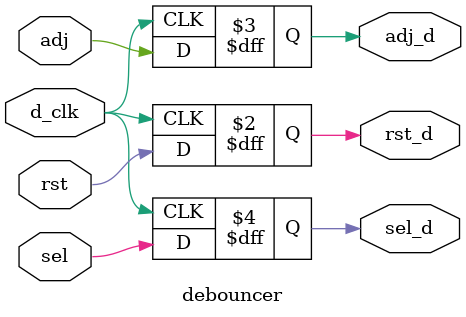
<source format=v>
`timescale 1ns / 1ps
module debouncer(d_clk, rst, adj, sel, rst_d, adj_d, sel_d);

	input rst;
	input adj;
	input sel;
	
	input d_clk;
	
	output reg rst_d;
	output reg adj_d;
	output reg sel_d;
	
	always @(posedge d_clk) begin
		rst_d <= rst;
		adj_d <= adj;
		sel_d <= sel;
	end

endmodule

</source>
